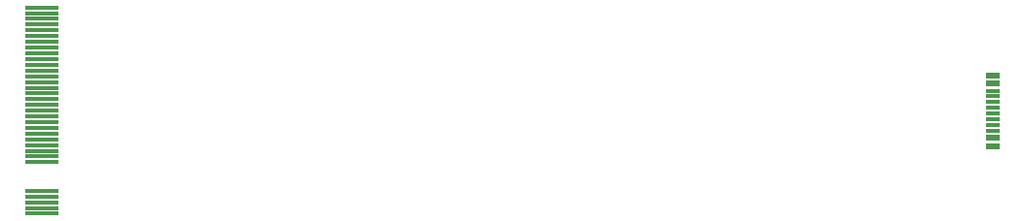
<source format=gbp>
G04*
G04 #@! TF.GenerationSoftware,Altium Limited,Altium Designer,18.1.7 (191)*
G04*
G04 Layer_Color=128*
%FSLAX44Y44*%
%MOMM*%
G71*
G01*
G75*
%ADD21R,1.1500X0.6000*%
%ADD22R,1.1500X0.3000*%
%ADD128R,3.0000X0.3500*%
D21*
X1012030Y426000D02*
D03*
Y418500D02*
D03*
X1012000Y371500D02*
D03*
X1012030Y364000D02*
D03*
D22*
Y412500D02*
D03*
Y407500D02*
D03*
Y402500D02*
D03*
Y397500D02*
D03*
X1012000Y392500D02*
D03*
X1012030Y387500D02*
D03*
Y382500D02*
D03*
Y377500D02*
D03*
D128*
X184750Y325000D02*
D03*
Y460000D02*
D03*
Y455000D02*
D03*
Y450000D02*
D03*
Y445000D02*
D03*
Y485250D02*
D03*
Y465250D02*
D03*
Y475250D02*
D03*
Y470250D02*
D03*
Y480250D02*
D03*
Y440000D02*
D03*
Y430000D02*
D03*
Y410000D02*
D03*
Y390000D02*
D03*
Y370000D02*
D03*
Y350000D02*
D03*
Y310000D02*
D03*
Y435000D02*
D03*
Y415000D02*
D03*
Y425000D02*
D03*
Y420000D02*
D03*
Y395000D02*
D03*
Y405000D02*
D03*
Y400000D02*
D03*
Y375000D02*
D03*
Y385000D02*
D03*
Y380000D02*
D03*
Y355000D02*
D03*
Y365000D02*
D03*
Y360000D02*
D03*
Y315000D02*
D03*
Y320000D02*
D03*
Y305000D02*
D03*
M02*

</source>
